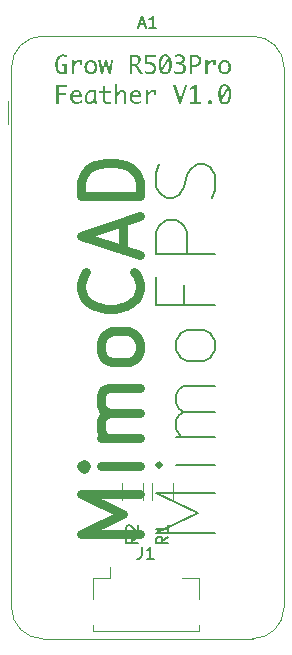
<source format=gbr>
%TF.GenerationSoftware,KiCad,Pcbnew,9.0.0*%
%TF.CreationDate,2025-05-18T10:55:16-04:00*%
%TF.ProjectId,R503toFeather,52353033-746f-4466-9561-746865722e6b,rev?*%
%TF.SameCoordinates,Original*%
%TF.FileFunction,Legend,Top*%
%TF.FilePolarity,Positive*%
%FSLAX46Y46*%
G04 Gerber Fmt 4.6, Leading zero omitted, Abs format (unit mm)*
G04 Created by KiCad (PCBNEW 9.0.0) date 2025-05-18 10:55:16*
%MOMM*%
%LPD*%
G01*
G04 APERTURE LIST*
%ADD10C,0.300000*%
%ADD11C,0.150000*%
%ADD12C,0.750000*%
%ADD13C,0.120000*%
G04 APERTURE END LIST*
D10*
G36*
X18568567Y-16859660D02*
G01*
X18453735Y-16888184D01*
X18350305Y-16904293D01*
X18256974Y-16909394D01*
X18157995Y-16902970D01*
X18066413Y-16884183D01*
X17981109Y-16853396D01*
X17901143Y-16810476D01*
X17829116Y-16756341D01*
X17764500Y-16689597D01*
X17706937Y-16608904D01*
X17656503Y-16512438D01*
X17608203Y-16377006D01*
X17578352Y-16227733D01*
X17568026Y-16062360D01*
X17578111Y-15898936D01*
X17607281Y-15751193D01*
X17654488Y-15616953D01*
X17703807Y-15521378D01*
X17760862Y-15440610D01*
X17825621Y-15373000D01*
X17898487Y-15317358D01*
X17979588Y-15272554D01*
X18063749Y-15240858D01*
X18151771Y-15221776D01*
X18244610Y-15215326D01*
X18338276Y-15222005D01*
X18445163Y-15243447D01*
X18567468Y-15282187D01*
X18567468Y-15476818D01*
X18451968Y-15421300D01*
X18342243Y-15389674D01*
X18236458Y-15379457D01*
X18158050Y-15388608D01*
X18084215Y-15416036D01*
X18013159Y-15463171D01*
X17952674Y-15524372D01*
X17898166Y-15605089D01*
X17850035Y-15709093D01*
X17816124Y-15818797D01*
X17795333Y-15936670D01*
X17788211Y-16063917D01*
X17795779Y-16192061D01*
X17818015Y-16312340D01*
X17854564Y-16425888D01*
X17905539Y-16533688D01*
X17958715Y-16610832D01*
X18020883Y-16668985D01*
X18092927Y-16710519D01*
X18176810Y-16736231D01*
X18275384Y-16745263D01*
X18355526Y-16739767D01*
X18355526Y-16235284D01*
X18196616Y-16235284D01*
X18196616Y-16071153D01*
X18568567Y-16071153D01*
X18568567Y-16859660D01*
G37*
G36*
X18962226Y-16862500D02*
G01*
X18962226Y-15707719D01*
X19158780Y-15707719D01*
X19158780Y-15953641D01*
X19220140Y-15869464D01*
X19286761Y-15801940D01*
X19358906Y-15749210D01*
X19438787Y-15710030D01*
X19524401Y-15686440D01*
X19617285Y-15678410D01*
X19721035Y-15685813D01*
X19827395Y-15708452D01*
X19827395Y-16129771D01*
X19637984Y-16129771D01*
X19637984Y-15867912D01*
X19564986Y-15860127D01*
X19497324Y-15868806D01*
X19428730Y-15895731D01*
X19357441Y-15943750D01*
X19294512Y-16003857D01*
X19228392Y-16085920D01*
X19158780Y-16194343D01*
X19158780Y-16862500D01*
X18962226Y-16862500D01*
G37*
G36*
X20695781Y-15685737D02*
G01*
X20782456Y-15706853D01*
X20860037Y-15741084D01*
X20929931Y-15788603D01*
X20993074Y-15850418D01*
X21056944Y-15940133D01*
X21103049Y-16040930D01*
X21131596Y-16154858D01*
X21141543Y-16284560D01*
X21131602Y-16414300D01*
X21103064Y-16528359D01*
X21056958Y-16629361D01*
X20993074Y-16719343D01*
X20929907Y-16781342D01*
X20860000Y-16828989D01*
X20782418Y-16863303D01*
X20695757Y-16884467D01*
X20598225Y-16891809D01*
X20500245Y-16884455D01*
X20413265Y-16863269D01*
X20335477Y-16828938D01*
X20265463Y-16781298D01*
X20202277Y-16719343D01*
X20138436Y-16629367D01*
X20092357Y-16528366D01*
X20063835Y-16414305D01*
X20053899Y-16284560D01*
X20266849Y-16284560D01*
X20273279Y-16389227D01*
X20291223Y-16476515D01*
X20319164Y-16549229D01*
X20356333Y-16609708D01*
X20405468Y-16661676D01*
X20461145Y-16697966D01*
X20524684Y-16720020D01*
X20598225Y-16727677D01*
X20671229Y-16720038D01*
X20734424Y-16698015D01*
X20789922Y-16661732D01*
X20839018Y-16609708D01*
X20876228Y-16549223D01*
X20904198Y-16476507D01*
X20922158Y-16389221D01*
X20928594Y-16284560D01*
X20922171Y-16180509D01*
X20904232Y-16093577D01*
X20876265Y-16021010D01*
X20839018Y-15960511D01*
X20789922Y-15908487D01*
X20734424Y-15872204D01*
X20671229Y-15850181D01*
X20598225Y-15842541D01*
X20524684Y-15850199D01*
X20461145Y-15872253D01*
X20405468Y-15908542D01*
X20356333Y-15960511D01*
X20319128Y-16021004D01*
X20291189Y-16093569D01*
X20273266Y-16180503D01*
X20266849Y-16284560D01*
X20053899Y-16284560D01*
X20063842Y-16154853D01*
X20092372Y-16040923D01*
X20138450Y-15940127D01*
X20202277Y-15850418D01*
X20265439Y-15788647D01*
X20335440Y-15741134D01*
X20413227Y-15706886D01*
X20500221Y-15685748D01*
X20598225Y-15678410D01*
X20695781Y-15685737D01*
G37*
G36*
X21431063Y-16862500D02*
G01*
X21243484Y-15707719D01*
X21426850Y-15707719D01*
X21536026Y-16409673D01*
X21561763Y-16572614D01*
X21586584Y-16409490D01*
X21769675Y-15707719D01*
X21945438Y-15707719D01*
X22152159Y-16409398D01*
X22184582Y-16556311D01*
X22205832Y-16409673D01*
X22316016Y-15707719D01*
X22468606Y-15707719D01*
X22282035Y-16862500D01*
X22098945Y-16862500D01*
X21878851Y-16120703D01*
X21844413Y-15960419D01*
X21844047Y-15960419D01*
X21812723Y-16119604D01*
X21621481Y-16862500D01*
X21431063Y-16862500D01*
G37*
G36*
X24462794Y-15268159D02*
G01*
X24562285Y-15283472D01*
X24630339Y-15304993D01*
X24692123Y-15338796D01*
X24742832Y-15381675D01*
X24783754Y-15434228D01*
X24814085Y-15493813D01*
X24832043Y-15555630D01*
X24838067Y-15620708D01*
X24829221Y-15712556D01*
X24801980Y-15806729D01*
X24758855Y-15895551D01*
X24702421Y-15973700D01*
X24629433Y-16041911D01*
X24522353Y-16111270D01*
X24983880Y-16862500D01*
X24730906Y-16862500D01*
X24309495Y-16182527D01*
X24106987Y-16182527D01*
X24106987Y-16862500D01*
X23893947Y-16862500D01*
X23893947Y-16018396D01*
X24106987Y-16018396D01*
X24393484Y-16018396D01*
X24481322Y-15962009D01*
X24537007Y-15910319D01*
X24579007Y-15852741D01*
X24608815Y-15792899D01*
X24627262Y-15730073D01*
X24633270Y-15668335D01*
X24623975Y-15598283D01*
X24597310Y-15540471D01*
X24552670Y-15491931D01*
X24494366Y-15459239D01*
X24401096Y-15435716D01*
X24258845Y-15426352D01*
X24106987Y-15426352D01*
X24106987Y-16018396D01*
X23893947Y-16018396D01*
X23893947Y-15262220D01*
X24322410Y-15262220D01*
X24462794Y-15268159D01*
G37*
G36*
X25192800Y-16035982D02*
G01*
X25192800Y-15262220D01*
X26089659Y-15262220D01*
X26089659Y-15449799D01*
X25389354Y-15449799D01*
X25389354Y-15836680D01*
X25419213Y-15836680D01*
X25561669Y-15843516D01*
X25683365Y-15862724D01*
X25787105Y-15892692D01*
X25875370Y-15932312D01*
X25950258Y-15981027D01*
X26017986Y-16043395D01*
X26069533Y-16112323D01*
X26106376Y-16188680D01*
X26128995Y-16273909D01*
X26136829Y-16369923D01*
X26128219Y-16470905D01*
X26103065Y-16562821D01*
X26061541Y-16647444D01*
X26005050Y-16722792D01*
X25934821Y-16786679D01*
X25849233Y-16839785D01*
X25755837Y-16878491D01*
X25659047Y-16901616D01*
X25557698Y-16909394D01*
X25455635Y-16902385D01*
X25325364Y-16878686D01*
X25161017Y-16833740D01*
X25161017Y-16618409D01*
X25255378Y-16662460D01*
X25359495Y-16697636D01*
X25465323Y-16720557D01*
X25557698Y-16727677D01*
X25646452Y-16716980D01*
X25734652Y-16684172D01*
X25788252Y-16650505D01*
X25832721Y-16608382D01*
X25868925Y-16557043D01*
X25895893Y-16499830D01*
X25911574Y-16443220D01*
X25916735Y-16386409D01*
X25908739Y-16316634D01*
X25885096Y-16252999D01*
X25844993Y-16193771D01*
X25785943Y-16137923D01*
X25719726Y-16098561D01*
X25625648Y-16066526D01*
X25495549Y-16044388D01*
X25319836Y-16035982D01*
X25192800Y-16035982D01*
G37*
G36*
X26997842Y-15224942D02*
G01*
X27090502Y-15252563D01*
X27171986Y-15297527D01*
X27244154Y-15360775D01*
X27307912Y-15444761D01*
X27367011Y-15560621D01*
X27411833Y-15699269D01*
X27440720Y-15864771D01*
X27451069Y-16061810D01*
X27440709Y-16259459D01*
X27411807Y-16425334D01*
X27366982Y-16564162D01*
X27307912Y-16680050D01*
X27244159Y-16763998D01*
X27171994Y-16827220D01*
X27090510Y-16872169D01*
X26997848Y-16899780D01*
X26891356Y-16909394D01*
X26785320Y-16899801D01*
X26692902Y-16872228D01*
X26611485Y-16827304D01*
X26539234Y-16764067D01*
X26475258Y-16680050D01*
X26433436Y-16598259D01*
X26656883Y-16598259D01*
X26704617Y-16663667D01*
X26756534Y-16708169D01*
X26816360Y-16735920D01*
X26883204Y-16745263D01*
X26955192Y-16736749D01*
X27016784Y-16712163D01*
X27070433Y-16671205D01*
X27117386Y-16611340D01*
X27157519Y-16528101D01*
X27202089Y-16381228D01*
X27229629Y-16220960D01*
X27239127Y-16045416D01*
X27228866Y-15884472D01*
X27198919Y-15736113D01*
X26656883Y-16598259D01*
X26433436Y-16598259D01*
X26415987Y-16564134D01*
X26371021Y-16425296D01*
X26342032Y-16259431D01*
X26331643Y-16061810D01*
X26332232Y-16050636D01*
X26544592Y-16050636D01*
X26548714Y-16194343D01*
X26558037Y-16276650D01*
X26581961Y-16395751D01*
X27127936Y-15538642D01*
X27089957Y-15479382D01*
X27052918Y-15438632D01*
X27016561Y-15412521D01*
X26954688Y-15387608D01*
X26891356Y-15379457D01*
X26827994Y-15386747D01*
X26771896Y-15408056D01*
X26721256Y-15443854D01*
X26675072Y-15496286D01*
X26633252Y-15568959D01*
X26596542Y-15663495D01*
X26568729Y-15773694D01*
X26550917Y-15901882D01*
X26544592Y-16050636D01*
X26332232Y-16050636D01*
X26342022Y-15864799D01*
X26370995Y-15699307D01*
X26415958Y-15560649D01*
X26475258Y-15444761D01*
X26539239Y-15360706D01*
X26611493Y-15297444D01*
X26692910Y-15252504D01*
X26785325Y-15224922D01*
X26891356Y-15215326D01*
X26997842Y-15224942D01*
G37*
G36*
X27666308Y-16831450D02*
G01*
X27666308Y-16623722D01*
X27791525Y-16681019D01*
X27900084Y-16718350D01*
X27994300Y-16738892D01*
X28076361Y-16745263D01*
X28153521Y-16738941D01*
X28221349Y-16720759D01*
X28281495Y-16691257D01*
X28335197Y-16650100D01*
X28379811Y-16599262D01*
X28411397Y-16542413D01*
X28430714Y-16478334D01*
X28437413Y-16405277D01*
X28430151Y-16332336D01*
X28409138Y-16268278D01*
X28374505Y-16211237D01*
X28325031Y-16159996D01*
X28267500Y-16122698D01*
X28188557Y-16093020D01*
X28082370Y-16072859D01*
X27941997Y-16065291D01*
X27833462Y-16065291D01*
X27833462Y-15901160D01*
X27983030Y-15901160D01*
X28084163Y-15894381D01*
X28162901Y-15876000D01*
X28223689Y-15848170D01*
X28270076Y-15811858D01*
X28320351Y-15748202D01*
X28349003Y-15682724D01*
X28358462Y-15613472D01*
X28350367Y-15550800D01*
X28326674Y-15496046D01*
X28286471Y-15447143D01*
X28234289Y-15411614D01*
X28162546Y-15388213D01*
X28065004Y-15379457D01*
X27954702Y-15389447D01*
X27833220Y-15421138D01*
X27698090Y-15478009D01*
X27698090Y-15289240D01*
X27831365Y-15246690D01*
X27950637Y-15222844D01*
X28057860Y-15215326D01*
X28208380Y-15224572D01*
X28320324Y-15249084D01*
X28402072Y-15285147D01*
X28460402Y-15330822D01*
X28510015Y-15392068D01*
X28544286Y-15455733D01*
X28564639Y-15522730D01*
X28571502Y-15594330D01*
X28564976Y-15665849D01*
X28545484Y-15734182D01*
X28512518Y-15800409D01*
X28466898Y-15858050D01*
X28398866Y-15914160D01*
X28302866Y-15968754D01*
X28389130Y-15999244D01*
X28455637Y-16032419D01*
X28505832Y-16067672D01*
X28568692Y-16133269D01*
X28613726Y-16209089D01*
X28640993Y-16294197D01*
X28650454Y-16391813D01*
X28639753Y-16500740D01*
X28608679Y-16597327D01*
X28557339Y-16684180D01*
X28483941Y-16763032D01*
X28396996Y-16825689D01*
X28297932Y-16871156D01*
X28184507Y-16899473D01*
X28053830Y-16909394D01*
X27887683Y-16898037D01*
X27793956Y-16877710D01*
X27666308Y-16831450D01*
G37*
G36*
X29519952Y-15269948D02*
G01*
X29635073Y-15289794D01*
X29712819Y-15317633D01*
X29782423Y-15360628D01*
X29839457Y-15414357D01*
X29885193Y-15479749D01*
X29918221Y-15552855D01*
X29938249Y-15631732D01*
X29945094Y-15717703D01*
X29936143Y-15818194D01*
X29909511Y-15913497D01*
X29864677Y-16005116D01*
X29804237Y-16087009D01*
X29730036Y-16155104D01*
X29640553Y-16210371D01*
X29541948Y-16247907D01*
X29414388Y-16272925D01*
X29251108Y-16282178D01*
X29169958Y-16282178D01*
X29169958Y-16862500D01*
X28956918Y-16862500D01*
X28956918Y-16118047D01*
X29169958Y-16118047D01*
X29256237Y-16118047D01*
X29383923Y-16111258D01*
X29475679Y-16093595D01*
X29539803Y-16068313D01*
X29596890Y-16030225D01*
X29644078Y-15982846D01*
X29682227Y-15925248D01*
X29709907Y-15861462D01*
X29726524Y-15794389D01*
X29732144Y-15723107D01*
X29721654Y-15635596D01*
X29691963Y-15564537D01*
X29643301Y-15506127D01*
X29597744Y-15475850D01*
X29529247Y-15450798D01*
X29430115Y-15433158D01*
X29291133Y-15426352D01*
X29169958Y-15426352D01*
X29169958Y-16118047D01*
X28956918Y-16118047D01*
X28956918Y-15262220D01*
X29355614Y-15262220D01*
X29519952Y-15269948D01*
G37*
G36*
X30291674Y-16862500D02*
G01*
X30291674Y-15707719D01*
X30488229Y-15707719D01*
X30488229Y-15953641D01*
X30549589Y-15869464D01*
X30616210Y-15801940D01*
X30688355Y-15749210D01*
X30768236Y-15710030D01*
X30853850Y-15686440D01*
X30946734Y-15678410D01*
X31050483Y-15685813D01*
X31156843Y-15708452D01*
X31156843Y-16129771D01*
X30967433Y-16129771D01*
X30967433Y-15867912D01*
X30894435Y-15860127D01*
X30826773Y-15868806D01*
X30758178Y-15895731D01*
X30686890Y-15943750D01*
X30623960Y-16003857D01*
X30557841Y-16085920D01*
X30488229Y-16194343D01*
X30488229Y-16862500D01*
X30291674Y-16862500D01*
G37*
G36*
X32025230Y-15685737D02*
G01*
X32111904Y-15706853D01*
X32189486Y-15741084D01*
X32259380Y-15788603D01*
X32322523Y-15850418D01*
X32386393Y-15940133D01*
X32432498Y-16040930D01*
X32461044Y-16154858D01*
X32470992Y-16284560D01*
X32461051Y-16414300D01*
X32432513Y-16528359D01*
X32386407Y-16629361D01*
X32322523Y-16719343D01*
X32259356Y-16781342D01*
X32189449Y-16828989D01*
X32111867Y-16863303D01*
X32025206Y-16884467D01*
X31927674Y-16891809D01*
X31829694Y-16884455D01*
X31742713Y-16863269D01*
X31664926Y-16828938D01*
X31594912Y-16781298D01*
X31531726Y-16719343D01*
X31467884Y-16629367D01*
X31421806Y-16528366D01*
X31393284Y-16414305D01*
X31383348Y-16284560D01*
X31596297Y-16284560D01*
X31602728Y-16389227D01*
X31620671Y-16476515D01*
X31648613Y-16549229D01*
X31685782Y-16609708D01*
X31734916Y-16661676D01*
X31790594Y-16697966D01*
X31854133Y-16720020D01*
X31927674Y-16727677D01*
X32000678Y-16720038D01*
X32063873Y-16698015D01*
X32119371Y-16661732D01*
X32168467Y-16609708D01*
X32205676Y-16549223D01*
X32233646Y-16476507D01*
X32251606Y-16389221D01*
X32258043Y-16284560D01*
X32251620Y-16180509D01*
X32233680Y-16093577D01*
X32205713Y-16021010D01*
X32168467Y-15960511D01*
X32119371Y-15908487D01*
X32063873Y-15872204D01*
X32000678Y-15850181D01*
X31927674Y-15842541D01*
X31854133Y-15850199D01*
X31790594Y-15872253D01*
X31734916Y-15908542D01*
X31685782Y-15960511D01*
X31648576Y-16021004D01*
X31620637Y-16093569D01*
X31602715Y-16180503D01*
X31596297Y-16284560D01*
X31383348Y-16284560D01*
X31393291Y-16154853D01*
X31421821Y-16040923D01*
X31467899Y-15940127D01*
X31531726Y-15850418D01*
X31594888Y-15788647D01*
X31664889Y-15741134D01*
X31742676Y-15706886D01*
X31829669Y-15685748D01*
X31927674Y-15678410D01*
X32025230Y-15685737D01*
G37*
G36*
X17679767Y-19382500D02*
G01*
X17679767Y-17788082D01*
X18560324Y-17788082D01*
X18560324Y-17952213D01*
X17892808Y-17952213D01*
X17892808Y-18485640D01*
X18496760Y-18485640D01*
X18496760Y-18649771D01*
X17892808Y-18649771D01*
X17892808Y-19382500D01*
X17679767Y-19382500D01*
G37*
G36*
X19485561Y-18207999D02*
G01*
X19572213Y-18235555D01*
X19648192Y-18280573D01*
X19715287Y-18344315D01*
X19765794Y-18419515D01*
X19804660Y-18516013D01*
X19830273Y-18638720D01*
X19839668Y-18793569D01*
X19839668Y-18837349D01*
X19050061Y-18837349D01*
X19055663Y-18913402D01*
X19072149Y-18984439D01*
X19099429Y-19051398D01*
X19136926Y-19112963D01*
X19180086Y-19161493D01*
X19229122Y-19198676D01*
X19284473Y-19225640D01*
X19345097Y-19242043D01*
X19412212Y-19247677D01*
X19500720Y-19240781D01*
X19597667Y-19219024D01*
X19704642Y-19180323D01*
X19823273Y-19122015D01*
X19823273Y-19303182D01*
X19666406Y-19365401D01*
X19521931Y-19400579D01*
X19387574Y-19411809D01*
X19286083Y-19402978D01*
X19193919Y-19377190D01*
X19109229Y-19334597D01*
X19033911Y-19276760D01*
X18968575Y-19203883D01*
X18912766Y-19114046D01*
X18871864Y-19016221D01*
X18847380Y-18914337D01*
X18839127Y-18807124D01*
X18846879Y-18703915D01*
X18849911Y-18690804D01*
X19062060Y-18690804D01*
X19626627Y-18690804D01*
X19626627Y-18666074D01*
X19618290Y-18575508D01*
X19595152Y-18502974D01*
X19558667Y-18444699D01*
X19508556Y-18399190D01*
X19449103Y-18372008D01*
X19377316Y-18362541D01*
X19304289Y-18371853D01*
X19238819Y-18399362D01*
X19178747Y-18446347D01*
X19130900Y-18506933D01*
X19091633Y-18586925D01*
X19062060Y-18690804D01*
X18849911Y-18690804D01*
X18870089Y-18603550D01*
X18909194Y-18504965D01*
X18962984Y-18414202D01*
X19028051Y-18339532D01*
X19105016Y-18279193D01*
X19191880Y-18234409D01*
X19284807Y-18207540D01*
X19385559Y-18198410D01*
X19485561Y-18207999D01*
G37*
G36*
X20830317Y-18228086D02*
G01*
X20879318Y-18233581D01*
X21073858Y-18233581D01*
X21073858Y-19046360D01*
X21079483Y-19183042D01*
X21094872Y-19293728D01*
X21118096Y-19382500D01*
X20912749Y-19382500D01*
X20893247Y-19278141D01*
X20877028Y-19130899D01*
X20816039Y-19215772D01*
X20747491Y-19284655D01*
X20670948Y-19339177D01*
X20586522Y-19381393D01*
X20511686Y-19404572D01*
X20444444Y-19411809D01*
X20375269Y-19404333D01*
X20309735Y-19381946D01*
X20246436Y-19343676D01*
X20184417Y-19287245D01*
X20137086Y-19222363D01*
X20101193Y-19140530D01*
X20077804Y-19037966D01*
X20069287Y-18909981D01*
X20070803Y-18887633D01*
X20282236Y-18887633D01*
X20290539Y-18999762D01*
X20312639Y-19082988D01*
X20345617Y-19143905D01*
X20392523Y-19194033D01*
X20439860Y-19221312D01*
X20489507Y-19230092D01*
X20545513Y-19221554D01*
X20609599Y-19193401D01*
X20684687Y-19139875D01*
X20751225Y-19075449D01*
X20815113Y-18995268D01*
X20876296Y-18897158D01*
X20876296Y-18406322D01*
X20778464Y-18386405D01*
X20690549Y-18380127D01*
X20606121Y-18388764D01*
X20530578Y-18413978D01*
X20461914Y-18455941D01*
X20398831Y-18516414D01*
X20349774Y-18587133D01*
X20313471Y-18670821D01*
X20290432Y-18769957D01*
X20282236Y-18887633D01*
X20070803Y-18887633D01*
X20078164Y-18779124D01*
X20103840Y-18661292D01*
X20145491Y-18554516D01*
X20203238Y-18455704D01*
X20271115Y-18373836D01*
X20349464Y-18307037D01*
X20438750Y-18257575D01*
X20543061Y-18226823D01*
X20665911Y-18215996D01*
X20830317Y-18228086D01*
G37*
G36*
X22346058Y-19333224D02*
G01*
X22218069Y-19382223D01*
X22148770Y-19401001D01*
X22031351Y-19411809D01*
X21951987Y-19406461D01*
X21878697Y-19390827D01*
X21810525Y-19365189D01*
X21748466Y-19328626D01*
X21698456Y-19282885D01*
X21659125Y-19227253D01*
X21633137Y-19163790D01*
X21614994Y-19072767D01*
X21608017Y-18945793D01*
X21608017Y-18485640D01*
X21321978Y-18485640D01*
X21321978Y-18321509D01*
X21608017Y-18321509D01*
X21608017Y-17864286D01*
X21804663Y-17864286D01*
X21804663Y-18321509D01*
X22314275Y-18321509D01*
X22314275Y-18485640D01*
X21804663Y-18485640D01*
X21804663Y-18943412D01*
X21809299Y-19036485D01*
X21820975Y-19098702D01*
X21836994Y-19138318D01*
X21875267Y-19187723D01*
X21923548Y-19221299D01*
X21981016Y-19240728D01*
X22051959Y-19247677D01*
X22141593Y-19238556D01*
X22238916Y-19209713D01*
X22346058Y-19157918D01*
X22346058Y-19333224D01*
G37*
G36*
X22641256Y-19382500D02*
G01*
X22641256Y-17723602D01*
X22837902Y-17723602D01*
X22837902Y-18473641D01*
X22894263Y-18395419D01*
X22958623Y-18329160D01*
X23031433Y-18273881D01*
X23111628Y-18230880D01*
X23188880Y-18206364D01*
X23264624Y-18198410D01*
X23328647Y-18204079D01*
X23388107Y-18220797D01*
X23444051Y-18248694D01*
X23494324Y-18285931D01*
X23531511Y-18326422D01*
X23557441Y-18370510D01*
X23579004Y-18426754D01*
X23592429Y-18486647D01*
X23598764Y-18564046D01*
X23601771Y-18739164D01*
X23601771Y-19382500D01*
X23405217Y-19382500D01*
X23405217Y-18715808D01*
X23400133Y-18564928D01*
X23389463Y-18498829D01*
X23367200Y-18451251D01*
X23332035Y-18413374D01*
X23287931Y-18388271D01*
X23240994Y-18380127D01*
X23177652Y-18389325D01*
X23107184Y-18419201D01*
X23026854Y-18475107D01*
X22955585Y-18542848D01*
X22892672Y-18621594D01*
X22837902Y-18712419D01*
X22837902Y-19382500D01*
X22641256Y-19382500D01*
G37*
G36*
X24520871Y-18207999D02*
G01*
X24607523Y-18235555D01*
X24683502Y-18280573D01*
X24750598Y-18344315D01*
X24801105Y-18419515D01*
X24839970Y-18516013D01*
X24865584Y-18638720D01*
X24874978Y-18793569D01*
X24874978Y-18837349D01*
X24085372Y-18837349D01*
X24090974Y-18913402D01*
X24107460Y-18984439D01*
X24134739Y-19051398D01*
X24172237Y-19112963D01*
X24215396Y-19161493D01*
X24264432Y-19198676D01*
X24319783Y-19225640D01*
X24380407Y-19242043D01*
X24447523Y-19247677D01*
X24536031Y-19240781D01*
X24632978Y-19219024D01*
X24739952Y-19180323D01*
X24858584Y-19122015D01*
X24858584Y-19303182D01*
X24701716Y-19365401D01*
X24557241Y-19400579D01*
X24422885Y-19411809D01*
X24321394Y-19402978D01*
X24229230Y-19377190D01*
X24144540Y-19334597D01*
X24069221Y-19276760D01*
X24003886Y-19203883D01*
X23948077Y-19114046D01*
X23907174Y-19016221D01*
X23882690Y-18914337D01*
X23874438Y-18807124D01*
X23882190Y-18703915D01*
X23885222Y-18690804D01*
X24097370Y-18690804D01*
X24661938Y-18690804D01*
X24661938Y-18666074D01*
X24653600Y-18575508D01*
X24630463Y-18502974D01*
X24593977Y-18444699D01*
X24543867Y-18399190D01*
X24484413Y-18372008D01*
X24412627Y-18362541D01*
X24339599Y-18371853D01*
X24274130Y-18399362D01*
X24214057Y-18446347D01*
X24166210Y-18506933D01*
X24126943Y-18586925D01*
X24097370Y-18690804D01*
X23885222Y-18690804D01*
X23905400Y-18603550D01*
X23944505Y-18504965D01*
X23998295Y-18414202D01*
X24063361Y-18339532D01*
X24140327Y-18279193D01*
X24227191Y-18234409D01*
X24320118Y-18207540D01*
X24420870Y-18198410D01*
X24520871Y-18207999D01*
G37*
G36*
X25256364Y-19382500D02*
G01*
X25256364Y-18227719D01*
X25452918Y-18227719D01*
X25452918Y-18473641D01*
X25514278Y-18389464D01*
X25580900Y-18321940D01*
X25653045Y-18269210D01*
X25732926Y-18230030D01*
X25818540Y-18206440D01*
X25911423Y-18198410D01*
X26015173Y-18205813D01*
X26121533Y-18228452D01*
X26121533Y-18649771D01*
X25932123Y-18649771D01*
X25932123Y-18387912D01*
X25859125Y-18380127D01*
X25791462Y-18388806D01*
X25722868Y-18415731D01*
X25651579Y-18463750D01*
X25588650Y-18523857D01*
X25522530Y-18605920D01*
X25452918Y-18714343D01*
X25452918Y-19382500D01*
X25256364Y-19382500D01*
G37*
G36*
X28546864Y-17788082D02*
G01*
X28751937Y-17788082D01*
X28260001Y-19382500D01*
X28045403Y-19382500D01*
X27550445Y-17788082D01*
X27775026Y-17788082D01*
X28121241Y-18900273D01*
X28163281Y-19054787D01*
X28200650Y-18900730D01*
X28546864Y-17788082D01*
G37*
G36*
X29358911Y-19218368D02*
G01*
X29358911Y-17997093D01*
X29276418Y-18059702D01*
X29196153Y-18112315D01*
X29105970Y-18159086D01*
X28969282Y-18214072D01*
X28969282Y-18035836D01*
X29115263Y-17964557D01*
X29245282Y-17881970D01*
X29360743Y-17788082D01*
X29555465Y-17788082D01*
X29555465Y-19218368D01*
X29937950Y-19218368D01*
X29937950Y-19382500D01*
X28969282Y-19382500D01*
X28969282Y-19218368D01*
X29358911Y-19218368D01*
G37*
G36*
X30667839Y-19429394D02*
G01*
X30623299Y-19423798D01*
X30583753Y-19407344D01*
X30547854Y-19379385D01*
X30519841Y-19343481D01*
X30503359Y-19303935D01*
X30497754Y-19259401D01*
X30503441Y-19214250D01*
X30520098Y-19174578D01*
X30548312Y-19138959D01*
X30584499Y-19111202D01*
X30623916Y-19094922D01*
X30667839Y-19089408D01*
X30711759Y-19094924D01*
X30751144Y-19111205D01*
X30787274Y-19138959D01*
X30815543Y-19174584D01*
X30832228Y-19214256D01*
X30837923Y-19259401D01*
X30832319Y-19303935D01*
X30815837Y-19343481D01*
X30787823Y-19379385D01*
X30751925Y-19407344D01*
X30712379Y-19423798D01*
X30667839Y-19429394D01*
G37*
G36*
X32033153Y-17744942D02*
G01*
X32125813Y-17772563D01*
X32207296Y-17817527D01*
X32279464Y-17880775D01*
X32343223Y-17964761D01*
X32402322Y-18080621D01*
X32447144Y-18219269D01*
X32476030Y-18384771D01*
X32486379Y-18581810D01*
X32476020Y-18779459D01*
X32447117Y-18945334D01*
X32402293Y-19084162D01*
X32343223Y-19200050D01*
X32279469Y-19283998D01*
X32207304Y-19347220D01*
X32125821Y-19392169D01*
X32033158Y-19419780D01*
X31926666Y-19429394D01*
X31820630Y-19419801D01*
X31728212Y-19392228D01*
X31646796Y-19347304D01*
X31574545Y-19284067D01*
X31510568Y-19200050D01*
X31468746Y-19118259D01*
X31692193Y-19118259D01*
X31739928Y-19183667D01*
X31791844Y-19228169D01*
X31851670Y-19255920D01*
X31918515Y-19265263D01*
X31990502Y-19256749D01*
X32052094Y-19232163D01*
X32105744Y-19191205D01*
X32152697Y-19131340D01*
X32192830Y-19048101D01*
X32237399Y-18901228D01*
X32264939Y-18740960D01*
X32274438Y-18565416D01*
X32264177Y-18404472D01*
X32234229Y-18256113D01*
X31692193Y-19118259D01*
X31468746Y-19118259D01*
X31451297Y-19084134D01*
X31406332Y-18945296D01*
X31377343Y-18779431D01*
X31366953Y-18581810D01*
X31367542Y-18570636D01*
X31579903Y-18570636D01*
X31584024Y-18714343D01*
X31593347Y-18796650D01*
X31617272Y-18915751D01*
X32163246Y-18058642D01*
X32125267Y-17999382D01*
X32088228Y-17958632D01*
X32051871Y-17932521D01*
X31989998Y-17907608D01*
X31926666Y-17899457D01*
X31863305Y-17906747D01*
X31807206Y-17928056D01*
X31756566Y-17963854D01*
X31710383Y-18016286D01*
X31668563Y-18088959D01*
X31631852Y-18183495D01*
X31604039Y-18293694D01*
X31586228Y-18421882D01*
X31579903Y-18570636D01*
X31367542Y-18570636D01*
X31377333Y-18384799D01*
X31406305Y-18219307D01*
X31451268Y-18080649D01*
X31510568Y-17964761D01*
X31574550Y-17880706D01*
X31646803Y-17817444D01*
X31728220Y-17772504D01*
X31820636Y-17744922D01*
X31926666Y-17735326D01*
X32033153Y-17744942D01*
G37*
D11*
X31130295Y-55710839D02*
X26130295Y-55710839D01*
X26130295Y-55710839D02*
X29701723Y-54044173D01*
X29701723Y-54044173D02*
X26130295Y-52377506D01*
X26130295Y-52377506D02*
X31130295Y-52377506D01*
X31130295Y-49996553D02*
X27796961Y-49996553D01*
X26130295Y-49996553D02*
X26368390Y-50234649D01*
X26368390Y-50234649D02*
X26606485Y-49996553D01*
X26606485Y-49996553D02*
X26368390Y-49758458D01*
X26368390Y-49758458D02*
X26130295Y-49996553D01*
X26130295Y-49996553D02*
X26606485Y-49996553D01*
X31130295Y-47615601D02*
X27796961Y-47615601D01*
X28273152Y-47615601D02*
X28035057Y-47377506D01*
X28035057Y-47377506D02*
X27796961Y-46901316D01*
X27796961Y-46901316D02*
X27796961Y-46187030D01*
X27796961Y-46187030D02*
X28035057Y-45710839D01*
X28035057Y-45710839D02*
X28511247Y-45472744D01*
X28511247Y-45472744D02*
X31130295Y-45472744D01*
X28511247Y-45472744D02*
X28035057Y-45234649D01*
X28035057Y-45234649D02*
X27796961Y-44758458D01*
X27796961Y-44758458D02*
X27796961Y-44044173D01*
X27796961Y-44044173D02*
X28035057Y-43567982D01*
X28035057Y-43567982D02*
X28511247Y-43329887D01*
X28511247Y-43329887D02*
X31130295Y-43329887D01*
X31130295Y-40234649D02*
X30892200Y-40710839D01*
X30892200Y-40710839D02*
X30654104Y-40948934D01*
X30654104Y-40948934D02*
X30177914Y-41187030D01*
X30177914Y-41187030D02*
X28749342Y-41187030D01*
X28749342Y-41187030D02*
X28273152Y-40948934D01*
X28273152Y-40948934D02*
X28035057Y-40710839D01*
X28035057Y-40710839D02*
X27796961Y-40234649D01*
X27796961Y-40234649D02*
X27796961Y-39520363D01*
X27796961Y-39520363D02*
X28035057Y-39044172D01*
X28035057Y-39044172D02*
X28273152Y-38806077D01*
X28273152Y-38806077D02*
X28749342Y-38567982D01*
X28749342Y-38567982D02*
X30177914Y-38567982D01*
X30177914Y-38567982D02*
X30654104Y-38806077D01*
X30654104Y-38806077D02*
X30892200Y-39044172D01*
X30892200Y-39044172D02*
X31130295Y-39520363D01*
X31130295Y-39520363D02*
X31130295Y-40234649D01*
X28511247Y-34758458D02*
X28511247Y-36425124D01*
X31130295Y-36425124D02*
X26130295Y-36425124D01*
X26130295Y-36425124D02*
X26130295Y-34044172D01*
X31130295Y-32139410D02*
X26130295Y-32139410D01*
X26130295Y-32139410D02*
X26130295Y-30234648D01*
X26130295Y-30234648D02*
X26368390Y-29758458D01*
X26368390Y-29758458D02*
X26606485Y-29520363D01*
X26606485Y-29520363D02*
X27082676Y-29282267D01*
X27082676Y-29282267D02*
X27796961Y-29282267D01*
X27796961Y-29282267D02*
X28273152Y-29520363D01*
X28273152Y-29520363D02*
X28511247Y-29758458D01*
X28511247Y-29758458D02*
X28749342Y-30234648D01*
X28749342Y-30234648D02*
X28749342Y-32139410D01*
X30892200Y-27377506D02*
X31130295Y-26663220D01*
X31130295Y-26663220D02*
X31130295Y-25472744D01*
X31130295Y-25472744D02*
X30892200Y-24996553D01*
X30892200Y-24996553D02*
X30654104Y-24758458D01*
X30654104Y-24758458D02*
X30177914Y-24520363D01*
X30177914Y-24520363D02*
X29701723Y-24520363D01*
X29701723Y-24520363D02*
X29225533Y-24758458D01*
X29225533Y-24758458D02*
X28987438Y-24996553D01*
X28987438Y-24996553D02*
X28749342Y-25472744D01*
X28749342Y-25472744D02*
X28511247Y-26425125D01*
X28511247Y-26425125D02*
X28273152Y-26901315D01*
X28273152Y-26901315D02*
X28035057Y-27139410D01*
X28035057Y-27139410D02*
X27558866Y-27377506D01*
X27558866Y-27377506D02*
X27082676Y-27377506D01*
X27082676Y-27377506D02*
X26606485Y-27139410D01*
X26606485Y-27139410D02*
X26368390Y-26901315D01*
X26368390Y-26901315D02*
X26130295Y-26425125D01*
X26130295Y-26425125D02*
X26130295Y-25234648D01*
X26130295Y-25234648D02*
X26368390Y-24520363D01*
D12*
X24749095Y-55816102D02*
X19749095Y-55816102D01*
X19749095Y-55816102D02*
X23320523Y-54149436D01*
X23320523Y-54149436D02*
X19749095Y-52482769D01*
X19749095Y-52482769D02*
X24749095Y-52482769D01*
X24749095Y-50101816D02*
X21415761Y-50101816D01*
X19749095Y-50101816D02*
X19987190Y-50339912D01*
X19987190Y-50339912D02*
X20225285Y-50101816D01*
X20225285Y-50101816D02*
X19987190Y-49863721D01*
X19987190Y-49863721D02*
X19749095Y-50101816D01*
X19749095Y-50101816D02*
X20225285Y-50101816D01*
X24749095Y-47720864D02*
X21415761Y-47720864D01*
X21891952Y-47720864D02*
X21653857Y-47482769D01*
X21653857Y-47482769D02*
X21415761Y-47006579D01*
X21415761Y-47006579D02*
X21415761Y-46292293D01*
X21415761Y-46292293D02*
X21653857Y-45816102D01*
X21653857Y-45816102D02*
X22130047Y-45578007D01*
X22130047Y-45578007D02*
X24749095Y-45578007D01*
X22130047Y-45578007D02*
X21653857Y-45339912D01*
X21653857Y-45339912D02*
X21415761Y-44863721D01*
X21415761Y-44863721D02*
X21415761Y-44149436D01*
X21415761Y-44149436D02*
X21653857Y-43673245D01*
X21653857Y-43673245D02*
X22130047Y-43435150D01*
X22130047Y-43435150D02*
X24749095Y-43435150D01*
X24749095Y-40339912D02*
X24511000Y-40816102D01*
X24511000Y-40816102D02*
X24272904Y-41054197D01*
X24272904Y-41054197D02*
X23796714Y-41292293D01*
X23796714Y-41292293D02*
X22368142Y-41292293D01*
X22368142Y-41292293D02*
X21891952Y-41054197D01*
X21891952Y-41054197D02*
X21653857Y-40816102D01*
X21653857Y-40816102D02*
X21415761Y-40339912D01*
X21415761Y-40339912D02*
X21415761Y-39625626D01*
X21415761Y-39625626D02*
X21653857Y-39149435D01*
X21653857Y-39149435D02*
X21891952Y-38911340D01*
X21891952Y-38911340D02*
X22368142Y-38673245D01*
X22368142Y-38673245D02*
X23796714Y-38673245D01*
X23796714Y-38673245D02*
X24272904Y-38911340D01*
X24272904Y-38911340D02*
X24511000Y-39149435D01*
X24511000Y-39149435D02*
X24749095Y-39625626D01*
X24749095Y-39625626D02*
X24749095Y-40339912D01*
X24272904Y-33673244D02*
X24511000Y-33911340D01*
X24511000Y-33911340D02*
X24749095Y-34625625D01*
X24749095Y-34625625D02*
X24749095Y-35101816D01*
X24749095Y-35101816D02*
X24511000Y-35816102D01*
X24511000Y-35816102D02*
X24034809Y-36292292D01*
X24034809Y-36292292D02*
X23558619Y-36530387D01*
X23558619Y-36530387D02*
X22606238Y-36768483D01*
X22606238Y-36768483D02*
X21891952Y-36768483D01*
X21891952Y-36768483D02*
X20939571Y-36530387D01*
X20939571Y-36530387D02*
X20463380Y-36292292D01*
X20463380Y-36292292D02*
X19987190Y-35816102D01*
X19987190Y-35816102D02*
X19749095Y-35101816D01*
X19749095Y-35101816D02*
X19749095Y-34625625D01*
X19749095Y-34625625D02*
X19987190Y-33911340D01*
X19987190Y-33911340D02*
X20225285Y-33673244D01*
X23320523Y-31768483D02*
X23320523Y-29387530D01*
X24749095Y-32244673D02*
X19749095Y-30578006D01*
X19749095Y-30578006D02*
X24749095Y-28911340D01*
X24749095Y-27244673D02*
X19749095Y-27244673D01*
X19749095Y-27244673D02*
X19749095Y-26054197D01*
X19749095Y-26054197D02*
X19987190Y-25339911D01*
X19987190Y-25339911D02*
X20463380Y-24863721D01*
X20463380Y-24863721D02*
X20939571Y-24625626D01*
X20939571Y-24625626D02*
X21891952Y-24387530D01*
X21891952Y-24387530D02*
X22606238Y-24387530D01*
X22606238Y-24387530D02*
X23558619Y-24625626D01*
X23558619Y-24625626D02*
X24034809Y-24863721D01*
X24034809Y-24863721D02*
X24511000Y-25339911D01*
X24511000Y-25339911D02*
X24749095Y-26054197D01*
X24749095Y-26054197D02*
X24749095Y-27244673D01*
D11*
X24584819Y-56046666D02*
X24108628Y-56379999D01*
X24584819Y-56618094D02*
X23584819Y-56618094D01*
X23584819Y-56618094D02*
X23584819Y-56237142D01*
X23584819Y-56237142D02*
X23632438Y-56141904D01*
X23632438Y-56141904D02*
X23680057Y-56094285D01*
X23680057Y-56094285D02*
X23775295Y-56046666D01*
X23775295Y-56046666D02*
X23918152Y-56046666D01*
X23918152Y-56046666D02*
X24013390Y-56094285D01*
X24013390Y-56094285D02*
X24061009Y-56141904D01*
X24061009Y-56141904D02*
X24108628Y-56237142D01*
X24108628Y-56237142D02*
X24108628Y-56618094D01*
X23680057Y-55665713D02*
X23632438Y-55618094D01*
X23632438Y-55618094D02*
X23584819Y-55522856D01*
X23584819Y-55522856D02*
X23584819Y-55284761D01*
X23584819Y-55284761D02*
X23632438Y-55189523D01*
X23632438Y-55189523D02*
X23680057Y-55141904D01*
X23680057Y-55141904D02*
X23775295Y-55094285D01*
X23775295Y-55094285D02*
X23870533Y-55094285D01*
X23870533Y-55094285D02*
X24013390Y-55141904D01*
X24013390Y-55141904D02*
X24584819Y-55713332D01*
X24584819Y-55713332D02*
X24584819Y-55094285D01*
X27124819Y-56046666D02*
X26648628Y-56379999D01*
X27124819Y-56618094D02*
X26124819Y-56618094D01*
X26124819Y-56618094D02*
X26124819Y-56237142D01*
X26124819Y-56237142D02*
X26172438Y-56141904D01*
X26172438Y-56141904D02*
X26220057Y-56094285D01*
X26220057Y-56094285D02*
X26315295Y-56046666D01*
X26315295Y-56046666D02*
X26458152Y-56046666D01*
X26458152Y-56046666D02*
X26553390Y-56094285D01*
X26553390Y-56094285D02*
X26601009Y-56141904D01*
X26601009Y-56141904D02*
X26648628Y-56237142D01*
X26648628Y-56237142D02*
X26648628Y-56618094D01*
X27124819Y-55094285D02*
X27124819Y-55665713D01*
X27124819Y-55379999D02*
X26124819Y-55379999D01*
X26124819Y-55379999D02*
X26267676Y-55475237D01*
X26267676Y-55475237D02*
X26362914Y-55570475D01*
X26362914Y-55570475D02*
X26410533Y-55665713D01*
X24926666Y-56914819D02*
X24926666Y-57629104D01*
X24926666Y-57629104D02*
X24879047Y-57771961D01*
X24879047Y-57771961D02*
X24783809Y-57867200D01*
X24783809Y-57867200D02*
X24640952Y-57914819D01*
X24640952Y-57914819D02*
X24545714Y-57914819D01*
X25926666Y-57914819D02*
X25355238Y-57914819D01*
X25640952Y-57914819D02*
X25640952Y-56914819D01*
X25640952Y-56914819D02*
X25545714Y-57057676D01*
X25545714Y-57057676D02*
X25450476Y-57152914D01*
X25450476Y-57152914D02*
X25355238Y-57200533D01*
X24700714Y-12679104D02*
X25176904Y-12679104D01*
X24605476Y-12964819D02*
X24938809Y-11964819D01*
X24938809Y-11964819D02*
X25272142Y-12964819D01*
X26129285Y-12964819D02*
X25557857Y-12964819D01*
X25843571Y-12964819D02*
X25843571Y-11964819D01*
X25843571Y-11964819D02*
X25748333Y-12107676D01*
X25748333Y-12107676D02*
X25653095Y-12202914D01*
X25653095Y-12202914D02*
X25557857Y-12250533D01*
D13*
%TO.C,R2*%
X23220000Y-51535436D02*
X23220000Y-52989564D01*
X25040000Y-51535436D02*
X25040000Y-52989564D01*
%TO.C,R1*%
X25760000Y-52989564D02*
X25760000Y-51535436D01*
X27580000Y-52989564D02*
X27580000Y-51535436D01*
%TO.C,J1*%
X20750000Y-59550000D02*
X22200000Y-59550000D01*
X20750000Y-61300000D02*
X20750000Y-59550000D01*
X20750000Y-63520000D02*
X20750000Y-64070000D01*
X20750000Y-64070000D02*
X29770000Y-64070000D01*
X22200000Y-59550000D02*
X22200000Y-58660000D01*
X29770000Y-59550000D02*
X28320000Y-59550000D01*
X29770000Y-61300000D02*
X29770000Y-59550000D01*
X29770000Y-64070000D02*
X29770000Y-63520000D01*
%TO.C,A1*%
X13555000Y-21130000D02*
X13555000Y-19130000D01*
X13875000Y-16320000D02*
X13875000Y-62040000D01*
X34305000Y-13670000D02*
X16525000Y-13670000D01*
X34305000Y-64690000D02*
X16525000Y-64690000D01*
X36955000Y-16320000D02*
X36955000Y-62040000D01*
X13875000Y-16320000D02*
G75*
G02*
X16525000Y-13670000I2650000J0D01*
G01*
X16525000Y-64690000D02*
G75*
G02*
X13875000Y-62040000I0J2650000D01*
G01*
X34305000Y-13670000D02*
G75*
G02*
X36955000Y-16320000I0J-2650000D01*
G01*
X36955000Y-62040000D02*
G75*
G02*
X34305000Y-64690000I-2650000J0D01*
G01*
%TD*%
M02*

</source>
